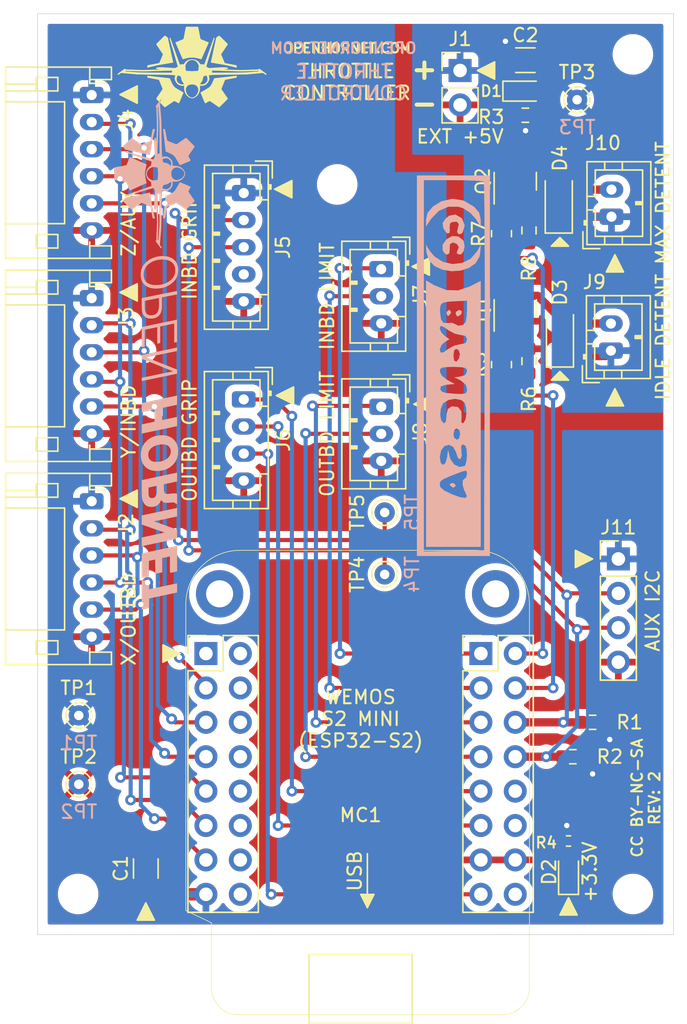
<source format=kicad_pcb>
(kicad_pcb (version 20221018) (generator pcbnew)
  (layers (0 "F.Cu" mixed) (31 "B.Cu" mixed) (34 "B.Paste" user) (35 "F.Paste" user) (36 "B.SilkS" user "B.Silkscreen") (37 "F.SilkS" user "F.Silkscreen") (38 "B.Mask" user) (39 "F.Mask" user) (44 "Edge.Cuts" user))
  (net 0 "")
  (net 1 "GND")
  (net 2 "+3.3V")
  (net 3 "Net-(D1-A)")
  (net 4 "Net-(D2-A)")
  (net 5 "Net-(D3-A)")
  (net 6 "Net-(D4-A)")
  (net 7 "MISO")
  (net 8 "+5VA")
  (net 9 "MOSI")
  (net 10 "SCK")
  (net 11 "CSx")
  (net 12 "CSy")
  (net 13 "CSz")
  (net 14 "SCL")
  (net 15 "SDA")
  (net 17 "EXT LTS")
  (net 18 "RAID{slash}FLIR")
  (net 19 "ATC ENGAGE")
  (net 20 "INBD MAX LIMIT")
  (net 21 "INBD IDLE LIMIT")
  (net 22 "OUTBD MAX LIMIT")
  (net 23 "OUTBD IDLE LIMIT")
  (net 24 "Net-(Q1-G)")
  (net 25 "Net-(Q2-G)")
  (net 26 "IDLE SOL SIG")
  (net 27 "MAX SOL SIG")
  (footprint "Connector_JST:JST_PH_B2B-PH-K_1x02_P2.00mm_Vertical" (layer "F.Cu") (at 171.352 107.206 90)
    (fp_text reference "J9" (at 5.064 -1.228 180) (layer "F.SilkS"))
    (fp_text value "IDLE DETENT" (at 1 3.852 90) (layer "F.SilkS"))
    (pad "1" thru_hole roundrect (at 0 0 90) (size 1.2 1.75) (drill 0.75) (layers "*.Cu" "*.Mask") (roundrect_rratio 0.208333) (net 8 "+5VA"))
    (pad "2" thru_hole oval (at 2 0 90) (size 1.2 1.75) (drill 0.75) (layers "*.Cu" "*.Mask") (net 5 "Net-(D3-A)"))
  )
  (footprint "Package_TO_SOT_SMD:SOT-23" (layer "F.Cu") (at 164.282 104.0955 90)
    (fp_text reference "Q1" (at 0 -2.4 90) (layer "F.SilkS"))
    (fp_text value "IRLML6402TRPBF")
    (pad "1" smd roundrect (at -0.9375 -0.95 90) (size 1.475 0.6) (layers "F.Cu" "F.Paste" "F.Mask") (net 24 "Net-(Q1-G)"))
    (pad "2" smd roundrect (at -0.9375 0.95 90) (size 1.475 0.6) (layers "F.Cu" "F.Paste" "F.Mask") (net 1 "GND"))
    (pad "3" smd roundrect (at 0.9375 0 90) (size 1.475 0.6) (layers "F.Cu" "F.Paste" "F.Mask") (net 5 "Net-(D3-A)"))
  )
  (footprint "Connector_JST:JST_PH_B2B-PH-K_1x02_P2.00mm_Vertical" (layer "F.Cu") (at 171.394 97.316 90)
    (fp_text reference "J10" (at 5.445 -0.635 180) (layer "F.SilkS"))
    (fp_text value "MAX DETENT" (at 1.016 3.81 90) (layer "F.SilkS"))
    (pad "1" thru_hole roundrect (at 0 0 90) (size 1.2 1.75) (drill 0.75) (layers "*.Cu" "*.Mask") (roundrect_rratio 0.208333) (net 8 "+5VA"))
    (pad "2" thru_hole oval (at 2 0 90) (size 1.2 1.75) (drill 0.75) (layers "*.Cu" "*.Mask") (net 6 "Net-(D4-A)"))
  )
  (footprint "Capacitor_SMD:C_1206_3216Metric" (layer "F.Cu") (at 136.977 145.449 90)
    (fp_text reference "C1" (at 0 -1.85 90) (layer "F.SilkS"))
    (fp_text value "10uF")
    (pad "1" smd roundrect locked (at -1.475 0 90) (size 1.15 1.8) (layers "F.Cu" "F.Paste" "F.Mask") (roundrect_rratio 0.217391) (net 2 "+3.3V"))
    (pad "2" smd roundrect locked (at 1.475 0 90) (size 1.15 1.8) (layers "F.Cu" "F.Paste" "F.Mask") (roundrect_rratio 0.217391) (net 1 "GND"))
  )
  (footprint "Capacitor_SMD:C_1206_3216Metric" (layer "F.Cu") (at 165.03 85.759)
    (fp_text reference "C2" (at 0 -1.85) (layer "F.SilkS"))
    (fp_text value "10uF")
    (pad "1" smd roundrect (at -1.475 0) (size 1.15 1.8) (layers "F.Cu" "F.Paste" "F.Mask") (roundrect_rratio 0.217391) (net 8 "+5VA"))
    (pad "2" smd roundrect (at 1.475 0) (size 1.15 1.8) (layers "F.Cu" "F.Paste" "F.Mask") (roundrect_rratio 0.217391) (net 1 "GND"))
  )
  (footprint "Connector_JST:JST_PH_B5B-PH-K_1x05_P2.00mm_Vertical" (layer "F.Cu") (at 144.216 95.57 -90)
    (fp_text reference "J5" (at 4 -2.9 90) (layer "F.SilkS"))
    (fp_text value "INBD GRIP" (at 4 4 90) (layer "F.SilkS"))
    (pad "1" thru_hole roundrect (at 0 0 270) (size 1.2 1.75) (drill 0.75) (layers "*.Cu" "*.Mask") (roundrect_rratio 0.208333) (net 2 "+3.3V"))
    (pad "2" thru_hole oval (at 2 0 270) (size 1.2 1.75) (drill 0.75) (layers "*.Cu" "*.Mask") (net 14 "SCL"))
    (pad "3" thru_hole oval (at 4 0 270) (size 1.2 1.75) (drill 0.75) (layers "*.Cu" "*.Mask") (net 15 "SDA"))
    (pad "4" thru_hole oval (at 6 0 270) (size 1.2 1.75) (drill 0.75) (layers "*.Cu" "*.Mask"))
    (pad "5" thru_hole oval (at 8 0 270) (size 1.2 1.75) (drill 0.75) (layers "*.Cu" "*.Mask") (net 1 "GND"))
  )
  (footprint "MountingHole:MountingHole_2.5mm" (layer "F.Cu") (at 172.976 85.33)
    (fp_text reference "MH2" hide)
    (fp_text value "MH")
    (pad "" np_thru_hole circle locked (at 0 0) (size 2.5 2.5) (drill 2.5) (layers "*.Cu" "*.Mask"))
  )
  (footprint "Connector_JST:JST_PH_S6B-PH-K_1x06_P2.00mm_Horizontal" (layer "F.Cu") (at 132.976 88.33 -90)
    (fp_text reference "J4" (at 1.874 -2.55 -90) (layer "F.SilkS"))
    (fp_text value "Z/AUX" (at 9.494 -2.731 -90) (layer "F.SilkS"))
    (pad "1" thru_hole roundrect locked (at 0 0 270) (size 1.2 1.75) (drill 0.75) (layers "*.Cu" "*.Mask") (roundrect_rratio 0.208333) (net 2 "+3.3V"))
    (pad "2" thru_hole oval locked (at 2 0 270) (size 1.2 1.75) (drill 0.75) (layers "*.Cu" "*.Mask") (net 7 "MISO"))
    (pad "3" thru_hole oval locked (at 4 0 270) (size 1.2 1.75) (drill 0.75) (layers "*.Cu" "*.Mask") (net 9 "MOSI"))
    (pad "4" thru_hole oval locked (at 6 0 270) (size 1.2 1.75) (drill 0.75) (layers "*.Cu" "*.Mask") (net 10 "SCK"))
    (pad "5" thru_hole oval locked (at 8 0 270) (size 1.2 1.75) (drill 0.75) (layers "*.Cu" "*.Mask") (net 13 "CSz"))
    (pad "6" thru_hole oval locked (at 10 0 270) (size 1.2 1.75) (drill 0.75) (layers "*.Cu" "*.Mask") (net 1 "GND"))
  )
  (footprint "Connector_JST:JST_PH_S6B-PH-K_1x06_P2.00mm_Horizontal" (layer "F.Cu") (at 132.976 103.33 -90)
    (fp_text reference "J3" (at 1.479 -2.55 -90) (layer "F.SilkS"))
    (fp_text value "Y/INBD" (at 9.099 -2.731 -90) (layer "F.SilkS"))
    (pad "1" thru_hole roundrect locked (at 0 0 270) (size 1.2 1.75) (drill 0.75) (layers "*.Cu" "*.Mask") (roundrect_rratio 0.208333) (net 2 "+3.3V"))
    (pad "2" thru_hole oval locked (at 2 0 270) (size 1.2 1.75) (drill 0.75) (layers "*.Cu" "*.Mask") (net 7 "MISO"))
    (pad "3" thru_hole oval locked (at 4 0 270) (size 1.2 1.75) (drill 0.75) (layers "*.Cu" "*.Mask") (net 9 "MOSI"))
    (pad "4" thru_hole oval locked (at 6 0 270) (size 1.2 1.75) (drill 0.75) (layers "*.Cu" "*.Mask") (net 10 "SCK"))
    (pad "5" thru_hole oval locked (at 8 0 270) (size 1.2 1.75) (drill 0.75) (layers "*.Cu" "*.Mask") (net 12 "CSy"))
    (pad "6" thru_hole oval locked (at 10 0 270) (size 1.2 1.75) (drill 0.75) (layers "*.Cu" "*.Mask") (net 1 "GND"))
  )
  (footprint "Connector_JST:JST_PH_S6B-PH-K_1x06_P2.00mm_Horizontal" (layer "F.Cu") (at 132.976 118.33 -90)
    (fp_text reference "J2" (at 1.719 -2.55 -90) (layer "F.SilkS"))
    (fp_text value "X/OUTBD" (at 8.704 -2.731 -90) (layer "F.SilkS"))
    (pad "1" thru_hole roundrect locked (at 0 0 270) (size 1.2 1.75) (drill 0.75) (layers "*.Cu" "*.Mask") (roundrect_rratio 0.208333) (net 2 "+3.3V"))
    (pad "2" thru_hole oval locked (at 2 0 270) (size 1.2 1.75) (drill 0.75) (layers "*.Cu" "*.Mask") (net 7 "MISO"))
    (pad "3" thru_hole oval locked (at 4 0 270) (size 1.2 1.75) (drill 0.75) (layers "*.Cu" "*.Mask") (net 9 "MOSI"))
    (pad "4" thru_hole oval locked (at 6 0 270) (size 1.2 1.75) (drill 0.75) (layers "*.Cu" "*.Mask") (net 10 "SCK"))
    (pad "5" thru_hole oval locked (at 8 0 270) (size 1.2 1.75) (drill 0.75) (layers "*.Cu" "*.Mask") (net 11 "CSx"))
    (pad "6" thru_hole oval locked (at 10 0 270) (size 1.2 1.75) (drill 0.75) (layers "*.Cu" "*.Mask") (net 1 "GND"))
  )
  (footprint "MountingHole:MountingHole_2.5mm" (layer "F.Cu") (at 151.124 94.934)
    (fp_text reference "MH4" hide)
    (fp_text value "MH")
    (pad "" np_thru_hole circle locked (at 0 0) (size 2.5 2.5) (drill 2.5) (layers "*.Cu" "*.Mask"))
  )
  (footprint "MountingHole:MountingHole_2.5mm" (layer "F.Cu") (at 131.976 147.33)
    (fp_text reference "MH3" hide)
    (fp_text value "MH")
    (pad "" np_thru_hole circle locked (at 0 0) (size 2.5 2.5) (drill 2.5) (layers "*.Cu" "*.Mask"))
  )
  (footprint "MountingHole:MountingHole_2.5mm" (layer "F.Cu") (at 172.976 147.33)
    (fp_text reference "MH1" hide)
    (fp_text value "MH")
    (pad "" np_thru_hole circle locked (at 0 0) (size 2.5 2.5) (drill 2.5) (layers "*.Cu" "*.Mask"))
  )
  (footprint "KiCAD Libraries:OH_LOGO_ONLY_11x6mm" (layer "F.Cu") (at 140.406 86.394)
    (fp_text reference "LOGO3" hide)
    (fp_text value "OpenHornetLogoSmall" hide)
  )
  (footprint "Package_TO_SOT_SMD:SOT-23" (layer "F.Cu") (at 164.282 94.6975 90)
    (fp_text reference "Q2" (at 0 -2.4 90) (layer "F.SilkS"))
    (fp_text value "IRLML6402TRPBF")
    (pad "1" smd roundrect (at -0.9375 -0.95 90) (size 1.475 0.6) (layers "F.Cu" "F.Paste" "F.Mask") (net 25 "Net-(Q2-G)"))
    (pad "2" smd roundrect (at -0.9375 0.95 90) (size 1.475 0.6) (layers "F.Cu" "F.Paste" "F.Mask") (net 1 "GND"))
    (pad "3" smd roundrect (at 0.9375 0 90) (size 1.475 0.6) (layers "F.Cu" "F.Paste" "F.Mask") (net 6 "Net-(D4-A)"))
  )
  (footprint "Resistor_SMD:R_0402_1005Metric" (layer "F.Cu") (at 168.219 143.417)
    (fp_text reference "R4" (at -1.651 0.127) (layer "F.SilkS") (effects (font (size 0.8 0.8))))
    (fp_text value "33")
    (pad "1" smd roundrect (at -0.51 0) (size 0.54 0.64) (layers "F.Cu" "F.Paste" "F.Mask") (net 2 "+3.3V"))
    (pad "2" smd roundrect (at 0.51 0) (size 0.54 0.64) (layers "F.Cu" "F.Paste" "F.Mask") (net 4 "Net-(D2-A)"))
  )
  (footprint "OH_Footprints:TestPoint_THTPad_D1.5mm_Drill0.7mm" (layer "F.Cu") (at 132.024 134.146)
    (fp_text reference "TP1" (at 0 -2.032) (layer "F.SilkS"))
    (fp_text value "3v3" hide)
    (fp_text user "${REFERENCE}" (at 0 2.032) (layer "B.SilkS") (effects (justify mirror)))
    (pad "1" thru_hole circle (at 0 0) (size 1.5 1.5) (drill 0.7) (layers "*.Cu" "*.Mask") (net 2 "+3.3V"))
  )
  (footprint "Diode_SMD:D_SOD-123F" (layer "F.Cu") (at 167.584 106.206 90)
    (fp_text reference "D3" (at 3.302 0 90) (layer "F.SilkS"))
    (fp_text value "1N4002W")
    (pad "1" smd roundrect (at -1.4 0 90) (size 1.1 1.1) (layers "F.Cu" "F.Paste" "F.Mask") (roundrect_rratio 0.2272727273) (net 8 "+5VA"))
    (pad "2" smd roundrect (at 1.4 0 90) (size 1.1 1.1) (layers "F.Cu" "F.Paste" "F.Mask") (roundrect_rratio 0.2272727273) (net 5 "Net-(D3-A)"))
  )
  (footprint "Resistor_SMD:R_0805_2012Metric_Pad1.20x1.40mm_HandSolder" (layer "F.Cu") (at 163.266 98.57 90)
    (fp_text reference "R7" (at -0.016 -1.65 90) (layer "F.SilkS"))
    (fp_text value "1K")
    (pad "1" smd roundrect (at -1 0 90) (size 1.2 1.4) (layers "F.Cu" "F.Paste" "F.Mask") (roundrect_rratio 0.208333) (net 27 "MAX SOL SIG"))
    (pad "2" smd roundrect (at 1 0 90) (size 1.2 1.4) (layers "F.Cu" "F.Paste" "F.Mask") (roundrect_rratio 0.208333) (net 25 "Net-(Q2-G)"))
  )
  (footprint "Resistor_SMD:R_0603_1608Metric" (layer "F.Cu") (at 169.997 134.654 180)
    (fp_text reference "R1" (at -2.73 0) (layer "F.SilkS"))
    (fp_text value "4.7k")
    (pad "1" smd roundrect (at -0.825 0 180) (size 0.8 0.95) (layers "F.Cu" "F.Paste" "F.Mask") (net 2 "+3.3V"))
    (pad "2" smd roundrect (at 0.825 0 180) (size 0.8 0.95) (layers "F.Cu" "F.Paste" "F.Mask") (net 14 "SCL"))
  )
  (footprint "Connector_JST:JST_PH_B3B-PH-K_1x03_P2.00mm_Vertical" (layer "F.Cu") (at 154.376 101.19 -90)
    (fp_text reference "J7" (at 2 -2.9 90) (layer "F.SilkS"))
    (fp_text value "INBD LIMIT" (at 2 4 90) (layer "F.SilkS"))
    (pad "1" thru_hole roundrect (at 0 0 270) (size 1.2 1.75) (drill 0.75) (layers "*.Cu" "*.Mask") (roundrect_rratio 0.208333) (net 20 "INBD MAX LIMIT"))
    (pad "2" thru_hole oval (at 2 0 270) (size 1.2 1.75) (drill 0.75) (layers "*.Cu" "*.Mask") (net 21 "INBD IDLE LIMIT"))
    (pad "3" thru_hole oval (at 4 0 270) (size 1.2 1.75) (drill 0.75) (layers "*.Cu" "*.Mask") (net 1 "GND"))
  )
  (footprint "OH_Footprints:TestPoint_THTPad_D1.5mm_Drill0.7mm" (layer "F.Cu") (at 168.854 88.68)
    (fp_text reference "TP3" (at 0 -2.032) (layer "F.SilkS"))
    (fp_text value "5VA" hide)
    (fp_text user "${REFERENCE}" (at 0 2.032) (layer "B.SilkS") (effects (justify mirror)))
    (pad "1" thru_hole circle (at 0 0) (size 1.5 1.5) (drill 0.7) (layers "*.Cu" "*.Mask") (net 8 "+5VA"))
  )
  (footprint "Resistor_SMD:R_0603_1608Metric_Pad0.98x0.95mm_HandSolder" (layer "F.Cu") (at 165.298 107.984 90)
    (fp_text reference "R6" (at -2.794 0 90) (layer "F.SilkS"))
    (fp_text value "10K")
    (pad "1" smd roundrect (at -0.9125 0 90) (size 0.975 0.95) (layers "F.Cu" "F.Paste" "F.Mask") (net 24 "Net-(Q1-G)"))
    (pad "2" smd roundrect (at 0.9125 0 90) (size 0.975 0.95) (layers "F.Cu" "F.Paste" "F.Mask") (net 1 "GND"))
  )
  (footprint "Connector_JST:JST_PH_B4B-PH-K_1x04_P2.00mm_Vertical" (layer "F.Cu") (at 144.216 110.81 -90)
    (fp_text reference "J6" (at 3 -2.9 90) (layer "F.SilkS"))
    (fp_text value "OUTBD GRIP" (at 3 4 90) (layer "F.SilkS"))
    (pad "1" thru_hole roundrect (at 0 0 270) (size 1.2 1.75) (drill 0.75) (layers "*.Cu" "*.Mask") (roundrect_rratio 0.208333) (net 17 "EXT LTS"))
    (pad "2" thru_hole oval (at 2 0 270) (size 1.2 1.75) (drill 0.75) (layers "*.Cu" "*.Mask") (net 18 "RAID{slash}FLIR"))
    (pad "3" thru_hole oval (at 4 0 270) (size 1.2 1.75) (drill 0.75) (layers "*.Cu" "*.Mask") (net 19 "ATC ENGAGE"))
    (pad "4" thru_hole oval (at 6 0 270) (size 1.2 1.75) (drill 0.75) (layers "*.Cu" "*.Mask") (net 1 "GND"))
  )
  (footprint "OH_Footprints:TestPoint_THTPad_D1.5mm_Drill0.7mm" (layer "F.Cu") (at 132.024 139.226)
    (fp_text reference "TP2" (at 0 -2.032) (layer "F.SilkS"))
    (fp_text value "GND" hide)
    (fp_text user "${REFERENCE}" (at 0 2.032) (layer "B.SilkS") (effects (justify mirror)))
    (pad "1" thru_hole circle (at 0 0) (size 1.5 1.5) (drill 0.7) (layers "*.Cu" "*.Mask") (net 1 "GND"))
  )
  (footprint "Diode_SMD:D_SOD-123F" (layer "F.Cu") (at 167.499 96.316 90)
    (fp_text reference "D4" (at 3.318 0.085 270) (layer "F.SilkS"))
    (fp_text value "1N4002W")
    (pad "1" smd roundrect (at -1.4 0 90) (size 1.1 1.1) (layers "F.Cu" "F.Paste" "F.Mask") (roundrect_rratio 0.2272727273) (net 8 "+5VA"))
    (pad "2" smd roundrect (at 1.4 0 90) (size 1.1 1.1) (layers "F.Cu" "F.Paste" "F.Mask") (roundrect_rratio 0.2272727273) (net 6 "Net-(D4-A)"))
  )
  (footprint "OH_Footprints:TestPoint_THTPad_D1.5mm_Drill0.7mm" (layer "F.Cu") (at 154.63 119.16 90)
    (fp_text reference "TP5" (at 0 -2.032 90) (layer "F.SilkS"))
    (fp_text value "SCL" hide)
    (fp_text user "${REFERENCE}" (at 0 2.032 90) (layer "B.SilkS") (effects (justify mirror)))
    (pad "1" thru_hole circle (at 0 0 90) (size 1.5 1.5) (drill 0.7) (layers "*.Cu" "*.Mask") (net 14 "SCL"))
  )
  (footprint "Resistor_SMD:R_0603_1608Metric_Pad0.98x0.95mm_HandSolder" (layer "F.Cu") (at 165.298 98.332 90)
    (fp_text reference "R8" (at -2.794 0 90) (layer "F.SilkS"))
    (fp_text value "10K")
    (pad "1" smd roundrect (at -0.9125 0 90) (size 0.975 0.95) (layers "F.Cu" "F.Paste" "F.Mask") (net 25 "Net-(Q2-G)"))
    (pad "2" smd roundrect (at 0.9125 0 90) (size 0.975 0.95) (layers "F.Cu" "F.Paste" "F.Mask") (net 1 "GND"))
  )
  (footprint "LED_SMD:LED_0603_1608Metric_Pad1.05x0.95mm_HandSolder" (layer "F.Cu") (at 165.03 88.045)
    (fp_text reference "D1" (at -2.526 0) (layer "F.SilkS") (effects (font (size 0.8 0.8))))
    (fp_text value "+5V_PWR")
    (pad "1" smd roundrect (at -0.875 0) (size 1.05 0.95) (layers "F.Cu" "F.Paste" "F.Mask") (net 1 "GND"))
    (pad "2" smd roundrect (at 0.875 0) (size 1.05 0.95) (layers "F.Cu" "F.Paste" "F.Mask") (net 3 "Net-(D1-A)"))
  )
  (footprint "Connector_JST:JST_PH_B3B-PH-K_1x03_P2.00mm_Vertical" (layer "F.Cu") (at 154.376 111.35 -90)
    (fp_text reference "J8" (at 2 -2.9 90) (layer "F.SilkS"))
    (fp_text value "OUTBD LIMIT" (at 2 4 90) (layer "F.SilkS"))
    (pad "1" thru_hole roundrect (at 0 0 270) (size 1.2 1.75) (drill 0.75) (layers "*.Cu" "*.Mask") (roundrect_rratio 0.208333) (net 22 "OUTBD MAX LIMIT"))
    (pad "2" thru_hole oval (at 2 0 270) (size 1.2 1.75) (drill 0.75) (layers "*.Cu" "*.Mask") (net 23 "OUTBD IDLE LIMIT"))
    (pad "3" thru_hole oval (at 4 0 270) (size 1.2 1.75) (drill 0.75) (layers "*.Cu" "*.Mask") (net 1 "GND"))
  )
  (footprint "Connector_PinHeader_2.54mm:PinHeader_1x02_P2.54mm_Vertical" (layer "F.Cu") (at 160.204 86.521)
    (fp_text reference "J1" (at 0 -2.33) (layer "F.SilkS"))
    (fp_text value "EXT +5V" (at 0 4.87) (layer "F.SilkS"))
    (pad "1" thru_hole rect (at 0 0) (size 1.7 1.7) (drill 1) (layers "*.Cu" "*.Mask") (net 8 "+5VA"))
    (pad "2" thru_hole oval (at 0 2.54) (size 1.7 1.7) (drill 1) (layers "*.Cu" "*.Mask") (net 1 "GND"))
  )
  (footprint "Resistor_SMD:R_0603_1608Metric" (layer "F.Cu") (at 168.537 137.194)
    (fp_text reference "R2" (at 2.73 0) (layer "F.SilkS"))
    (fp_text value "4.7k")
    (pad "1" smd roundrect (at -0.825 0) (size 0.8 0.95) (layers "F.Cu" "F.Paste" "F.Mask") (net 15 "SDA"))
    (pad "2" smd roundrect (at 0.825 0) (size 0.8 0.95) (layers "F.Cu" "F.Paste" "F.Mask") (net 2 "+3.3V"))
  )
  (footprint "OH_Footprints:S2_MINI" (layer "F.Cu") (at 152.852 141.004)
    (fp_text reference "MC1" (at 0 0.5) (layer "F.SilkS"))
    (fp_text value "S2_MINI")
    (pad "1" thru_hole rect locked (at -11.43 -11.43) (size 1.7 1.7) (drill 1) (layers "*.Cu" "*.Mask"))
    (pad "2" thru_hole oval locked (at -11.43 -8.89) (size 1.7 1.7) (drill 1) (layers "*.Cu" "*.Mask") (net 13 "CSz"))
    (pad "3" thru_hole oval locked (at -11.43 -6.35) (size 1.7 1.7) (drill 1) (layers "*.Cu" "*.Mask") (net 12 "CSy"))
    (pad "4" thru_hole oval locked (at -11.43 -3.81) (size 1.7 1.7) (drill 1) (layers "*.Cu" "*.Mask") (net 10 "SCK"))
    (pad "5" thru_hole oval locked (at -11.43 -1.27) (size 1.7 1.7) (drill 1) (layers "*.Cu" "*.Mask") (net 7 "MISO"))
    (pad "6" thru_hole oval locked (at -11.43 1.27) (size 1.7 1.7) (drill 1) (layers "*.Cu" "*.Mask") (net 9 "MOSI"))
    (pad "7" thru_hole oval locked (at -11.43 3.81) (size 1.7 1.7) (drill 1) (layers "*.Cu" "*.Mask") (net 11 "CSx"))
    (pad "8" thru_hole oval locked (at -11.43 6.35) (size 1.7 1.7) (drill 1) (layers "*.Cu" "*.Mask") (net 2 "+3.3V"))
    (pad "9" thru_hole oval locked (at -8.89 -11.43) (size 1.7 1.7) (drill 1) (layers "*.Cu" "*.Mask"))
    (pad "10" thru_hole oval locked (at -8.89 -8.89) (size 1.7 1.7) (drill 1) (layers "*.Cu" "*.Mask"))
    (pad "11" thru_hole oval locked (at -8.89 -6.35) (size 1.7 1.7) (drill 1) (layers "*.Cu" "*.Mask"))
    (pad "12" thru_hole oval locked (at -8.89 -3.81) (size 1.7 1.7) (drill 1) (layers "*.Cu" "*.Mask"))
    (pad "13" thru_hole oval locked (at -8.89 -1.27) (size 1.7 1.7) (drill 1) (layers "*.Cu" "*.Mask"))
    (pad "14" thru_hole oval locked (at -8.89 1.27) (size 1.7 1.7) (drill 1) (layers "*.Cu" "*.Mask"))
    (pad "15" thru_hole oval locked (at -8.89 3.81) (size 1.7 1.7) (drill 1) (layers "*.Cu" "*.Mask"))
    (pad "16" thru_hole oval locked (at -8.89 6.35) (size 1.7 1.7) (drill 1) (layers "*.Cu" "*.Mask"))
    (pad "17" thru_hole rect locked (at 8.89 -11.43) (size 1.7 1.7) (drill 1) (layers "*.Cu" "*.Mask") (net 20 "INBD MAX LIMIT"))
    (pad "18" thru_hole oval locked (at 8.89 -8.89) (size 1.7 1.7) (drill 1) (layers "*.Cu" "*.Mask") (net 21 "INBD IDLE LIMIT"))
    (pad "19" thru_hole oval locked (at 8.89 -6.35) (size 1.7 1.7) (drill 1) (layers "*.Cu" "*.Mask") (net 22 "OUTBD MAX LIMIT"))
    (pad "20" thru_hole oval locked (at 8.89 -3.81) (size 1.7 1.7) (drill 1) (layers "*.Cu" "*.Mask") (net 23 "OUTBD IDLE LIMIT"))
    (pad "21" thru_hole oval locked (at 8.89 -1.27) (size 1.7 1.7) (drill 1) (layers "*.Cu" "*.Mask") (net 17 "EXT LTS"))
    (pad "22" thru_hole oval locked (at 8.89 1.27) (size 1.7 1.7) (drill 1) (layers "*.Cu" "*.Mask") (net 18 "RAID{slash}FLIR"))
    (pad "23" thru_hole oval locked (at 8.89 3.81) (size 1.7 1.7) (drill 1) (layers "*.Cu" "*.Mask") (net 1 "GND"))
    (pad "24" thru_hole oval locked (at 8.89 6.35) (size 1.7 1.7) (drill 1) (layers "*.Cu" "*.Mask") (net 19 "ATC ENGAGE"))
    (pad "25" thru_hole oval locked (at 11.43 -11.43) (size 1.7 1.7) (drill 1) (layers "*.Cu" "*.Mask") (net 27 "MAX SOL SIG"))
    (pad "26" thru_hole oval locked (at 11.43 -8.89) (size 1.7 1.7) (drill 1) (layers "*.Cu" "*.Mask") (net 26 "IDLE SOL SIG"))
    (pad "27" thru_hole oval locked (at 11.43 -6.35) (size 1.7 1.7) (drill 1) (layers "*.Cu" "*.Mask") (net 14 "SCL"))
    (pad "28" thru_hole oval locked (at 11.43 -3.81) (size 1.7 1.7) (drill 1) (layers "*.Cu" "*.Mask") (net 15 "SDA"))
    (pad "29" thru_hole oval locked (at 11.43 -1.27) (size 1.7 1.7) (drill 1) (layers "*.Cu" "*.Mask"))
    (pad "30" thru_hole oval locked (at 11.43 1.27) (size 1.7 1.7) (drill 1) (layers "*.Cu" "*.Mask"))
    (pad "31" thru_hole oval locked (at 11.43 3.81) (size 1.7 1.7) (drill 1) (layers "*.Cu" "*.Mask") (net 1 "GND"))
    (pad "32" thru_hole oval locked (at 11.43 6.35) (size 1.7 1.7) (drill 1) (layers "*.Cu" "*.Mask"))
    (pad "~" thru_hole circle locked (at -10.42 -15.84) (size 3.5 3.5) (drill 2) (layers "*.Cu" "*.Mask"))
    (pad "~" thru_hole circle locked (at 9.980001 -15.84) (size 3.5 3.5) (drill 2) (layers "*.Cu" "*.Mask"))
  )
  (footprint "Resistor_SMD:R_0805_2012Metric_Pad1.20x1.40mm_HandSolder" (layer "F.Cu") (at 163.266 108.238 90)
    (fp_text reference "R5" (at 0 -1.65 90) (layer "F.SilkS"))
    (fp_text value "1K")
    (pad "1" smd roundrect (at -1 0 90) (size 1.2 1.4) (layers "F.Cu" "F.Paste" "F.Mask") (roundrect_rratio 0.208333) (net 26 "IDLE SOL SIG"))
    (pad "2" smd roundrect (at 1 0 90) (size 1.2 1.4) (layers "F.Cu" "F.Paste" "F.Mask") (roundrect_rratio 0.208333) (net 24 "Net-(Q1-G)"))
  )
  (footprint "LED_SMD:LED_0603_1608Metric_Pad1.05x0.95mm_HandSolder" (layer "F.Cu") (at 168.219 145.703 90)
    (fp_text reference "D2" (at 0 -1.43 90) (layer "F.SilkS"))
    (fp_text value "+3.3V_PWR")
    (pad "1" smd roundrect locked (at -0.875 0 90) (size 1.05 0.95) (layers "F.Cu" "F.Paste" "F.Mask") (net 1 "GND"))
    (pad "2" smd roundrect locked (at 0.875 0 90) (size 1.05 0.95) (layers "F.Cu" "F.Paste" "F.Mask") (net 4 "Net-(D2-A)"))
  )
  (footprint "Resistor_SMD:R_0603_1608Metric" (layer "F.Cu") (at 165.03 89.823)
    (fp_text reference "R3" (at -2.526 0.127) (layer "F.SilkS"))
    (fp_text value "120")
    (pad "1" smd roundrect (at -0.825 0) (size 0.8 0.95) (layers "F.Cu" "F.Paste" "F.Mask") (net 8 "+5VA"))
    (pad "2" smd roundrect (at 0.825 0) (size 0.8 0.95) (layers "F.Cu" "F.Paste" "F.Mask") (net 3 "Net-(D1-A)"))
  )
  (footprint "Connector_PinHeader_2.54mm:PinHeader_1x04_P2.54mm_Vertical" (layer "F.Cu") (at 171.902 122.589)
    (fp_text reference "J11" (at 0 -2.33) (layer "F.SilkS"))
    (fp_text value "AUX I2C" (at 2.54 3.81 90) (layer "F.SilkS"))
    (pad "1" thru_hole rect (at 0 0) (size 1.7 1.7) (drill 1) (layers "*.Cu" "*.Mask") (net 2 "+3.3V"))
    (pad "2" thru_hole oval (at 0 2.54) (size 1.7 1.7) (drill 1) (layers "*.Cu" "*.Mask") (net 14 "SCL"))
    (pad "3" thru_hole oval (at 0 5.08) (size 1.7 1.7) (drill 1) (layers "*.Cu" "*.Mask") (net 15 "SDA"))
    (pad "4" thru_hole oval (at 0 7.62) (size 1.7 1.7) (drill 1) (layers "*.Cu" "*.Mask") (net 1 "GND"))
  )
  (footprint "OH_Footprints:TestPoint_THTPad_D1.5mm_Drill0.7mm" (layer "F.Cu") (at 154.63 123.732 90)
    (fp_text reference "TP4" (at 0 -2.032 90) (layer "F.SilkS"))
    (fp_text value "SDA" hide)
    (fp_text user "${REFERENCE}" (at 0 2.032 90) (layer "B.SilkS") (effects (justify mirror)))
    (pad "1" thru_hole circle (at 0 0 90) (size 1.5 1.5) (drill 0.7) (layers "*.Cu" "*.Mask") (net 15 "SDA"))
  )
  (footprint "KiCAD Libraries:OH_LOGO_37.7mm_5.9mm" (layer "B.Cu") (at 137.612 107.476 -90)
    (fp_text reference "LOGO1" hide)
    (fp_text value "OpenHornetLogoSmall" hide)
  )
  (footprint "KiCAD Libraries:CC-BY-NC-SA-Small" (layer "B.Cu") (at 159.71 108.238 -90)
    (fp_text reference "LOGO2" hide)
    (fp_text value "OpenHornetLogoSmall" hide)
  )
  (gr_line (start 153.352 147.354) (end 153.352 144.354) (stroke (width 0.12)) (layer "F.SilkS"))
  (gr_poly (pts (xy 153.852 147.354) (xy 153.352 148.354) (xy 152.852 147.354)) (stroke (width 0.1)) (fill solid) (layer "F.SilkS"))
  (gr_poly (pts (xy 156.662 100.999) (xy 157.932 100.364) (xy 157.932 101.634)) (stroke (width 0.12)) (fill solid) (layer "F.SilkS"))
  (gr_poly (pts (xy 161.488 86.521) (xy 162.758 87.156) (xy 162.758 85.886)) (stroke (width 0.12)) (fill solid) (layer "F.SilkS"))
  (gr_poly (pts (xy 169.997 122.589) (xy 168.727 121.954) (xy 168.727 123.224)) (stroke (width 0.12)) (fill solid) (layer "F.SilkS"))
  (gr_poly (pts (xy 171.648 100.126) (xy 171.013 101.396) (xy 172.283 101.396)) (stroke (width 0.12)) (fill solid) (layer "F.SilkS"))
  (gr_poly (pts (xy 135.072 118.144) (xy 136.342 117.509) (xy 136.342 118.779)) (stroke (width 0.12)) (fill solid) (layer "F.SilkS"))
  (gr_poly (pts (xy 136.977 147.989) (xy 136.342 149.259) (xy 137.612 149.259)) (stroke (width 0.12)) (fill solid) (layer "F.SilkS"))
  (gr_poly (pts (xy 146.502 95.284) (xy 147.772 94.649) (xy 147.772 95.919)) (stroke (width 0.12)) (fill solid) (layer "F.SilkS"))
  (gr_poly (pts (xy 135.072 88.299) (xy 136.342 87.664) (xy 136.342 88.934)) (stroke (width 0.12)) (fill solid) (layer "F.SilkS"))
  (gr_poly (pts (xy 156.789 111.159) (xy 158.059 110.524) (xy 158.059 111.794)) (stroke (width 0.12)) (fill solid) (layer "F.SilkS"))
  (gr_poly (pts (xy 167.584 98.856) (xy 166.949 99.491) (xy 168.219 99.491)) (stroke (width 0.12)) (fill solid) (layer "F.SilkS"))
  (gr_poly (pts (xy 139.517 129.574) (xy 138.247 128.939) (xy 138.247 130.209)) (stroke (width 0.12)) (fill solid) (layer "F.SilkS"))
  (gr_poly (pts (xy 171.648 110.016) (xy 171.013 111.286) (xy 172.283 111.286)) (stroke (width 0.12)) (fill solid) (layer "F.SilkS"))
  (gr_poly (pts (xy 146.629 110.524) (xy 147.899 109.889) (xy 147.899 111.159)) (stroke (width 0.12)) (fill solid) (layer "F.SilkS"))
  (gr_poly (pts (xy 167.584 108.746) (xy 166.949 109.381) (xy 168.219 109.381)) (stroke (width 0.12)) (fill solid) (layer "F.SilkS"))
  (gr_poly (pts (xy 135.072 102.904) (xy 136.342 102.269) (xy 136.342 103.539)) (stroke (width 0.12)) (fill solid) (layer "F.SilkS"))
  (gr_poly (pts (xy 168.219 147.608) (xy 167.584 148.878) (xy 168.854 148.878)) (stroke (width 0.12)) (fill solid) (layer "F.SilkS"))
  (gr_line (start 128.976 82.33) (end 175.976 82.33) (stroke (width 0.05)) (layer "Edge.Cuts"))
  (gr_line (start 175.976 150.33) (end 128.976 150.33) (stroke (width 0.05)) (layer "Edge.Cuts"))
  (gr_line (start 175.976 82.33) (end 175.976 150.33) (stroke (width 0.05)) (layer "Edge.Cuts"))
  (gr_line (start 128.976 150.33) (end 128.976 82.33) (stroke (width 0.05)) (layer "Edge.Cuts"))
  (gr_text "OPENHORNET.COM" (at 151.582 84.87) (layer "B.SilkS") (effects (font (size 0.8 0.8)) (justify mirror)))
  (gr_text "THROTTLE\nCONTROLLER" (at 151.582 87.41) (layer "B.SilkS") (effects (font (size 1 1)) (justify mirror)))
  (gr_text "WEMOS\nS2 MINI\n(ESP32-S2)" (at 152.852 134.4) (layer "F.SilkS") (effects (font (size 1 1))))
  (gr_text "OPENHORNET.COM" (at 151.836 84.87) (layer "F.SilkS") (effects (font (size 0.7 0.7))))
  (gr_text "THROTTLE\nCONTROLLER" (at 151.836 87.37) (layer "F.SilkS") (effects (font (size 1 1))))
  (gr_text "CC BY-NC-SA\nREV: 2" (at 173.934 140.242 90) (layer "F.SilkS") (effects (font (size 0.8 0.8))))
  (gr_text "USB" (at 152.42 145.632 90) (layer "F.SilkS") (effects (font (size 1 1))))
  (gr_text "-" (at 158.694 88.934) (layer "F.SilkS") (effects (font (size 1.5 1.5) (thickness 0.3) bold) (justify right)))
  (gr_text "+3.3V" (at 170.378 145.703 90) (layer "F.SilkS") (effects (font (size 1 1)) (justify bottom)))
  (gr_text "+" (at 158.694 86.394) (layer "F.SilkS") (effects (font (size 1.5 1.5) (thickness 0.3) bold) (justify right)))
  (segment (start 165.298 97.4195) (end 166.822 98.9435) (width 0.6096) (layer "F.Cu") (net 1))
  (segment (start 165.232 107.0055) (end 165.298 107.0715) (width 0.6096) (layer "F.Cu") (net 1))
  (segment (start 165.232 105.033) (end 165.232 107.0055) (width 0.6096) (layer "F.Cu") (net 1))
  (segment (start 165.298 97.4195) (end 165.298 95.701) (width 0.6096) (layer "F.Cu") (net 1))
  (segment (start 166.822 98.9435) (end 166.822 99.348) (width 0.6096) (layer "F.Cu") (net 1))
  (segment (start 165.298 95.701) (end 165.232 95.635) (width 0.6096) (layer "F.Cu") (net 1))
  (segment (start 169.362 137.829) (end 169.997 138.464) (width 0.6096) (layer "F.Cu") (net 2))
  (segment (start 170.822 134.654) (end 170.822 135.479) (width 0.6096) (layer "F.Cu") (net 2))
  (segment (start 136.977 146.924) (end 138.452 146.924) (width 0.9144) (layer "F.Cu") (net 2))
  (segment (start 138.452 146.924) (end 138.882 147.354) (width 0.9144) (layer "F.Cu") (net 2))
  (segment (start 170.822 135.479) (end 171.267 135.924) (width 0.6096) (layer "F.Cu") (net 2))
  (segment (start 138.882 147.354) (end 141.422 147.354) (width 0.9144) (layer "F.Cu") (net 2))
  (segment (start 167.709 142.657) (end 168.092 142.274) (width 0.6096) (layer "F.Cu") (net 2))
  (segment (start 167.709 143.417) (end 167.709 142.657) (width 0.6096) (layer "F.Cu") (net 2))
  (segment (start 169.362 137.194) (end 169.362 137.829) (width 0.6096) (layer "F.Cu") (net 2))
  (via (at 168.092 142.274) (size 0.8) (drill 0.4) (layers "F.Cu" "B.Cu") (net 2))
  (via (at 171.267 135.924) (size 0.8) (drill 0.4) (layers "F.Cu" "B.Cu") (net 2))
  (via (at 169.997 138.464) (size 0.8) (drill 0.4) (layers "F.Cu" "B.Cu") (net 2))
  (segment (start 165.905 89.773) (end 165.855 89.823) (width 0.3048) (layer "F.Cu") (net 3))
  (segment (start 165.905 88.045) (end 165.905 89.773) (width 0.3048) (layer "F.Cu") (net 3))
  (segment (start 168.219 143.927) (end 168.729 143.417) (width 0.3048) (layer "F.Cu") (net 4))
  (segment (start 168.219 144.828) (end 168.219 143.927) (width 0.3048) (layer "F.Cu") (net 4))
  (segment (start 167.584 104.806) (end 165.936 103.158) (width 0.6096) (layer "F.Cu") (net 5))
  (segment (start 165.936 103.158) (end 164.282 103.158) (width 0.6096) (layer "F.Cu") (net 5))
  (segment (start 171.352 105.206) (end 167.984 105.206) (width 0.6096) (layer "F.Cu") (net 5))
  (segment (start 167.984 105.206) (end 167.584 104.806) (width 0.6096) (layer "F.Cu") (net 5))
  (segment (start 167.899 95.316) (end 167.499 94.916) (width 0.6096) (layer "F.Cu") (net 6))
  (segment (start 167.499 94.916) (end 166.444 94.916) (width 0.6096) (layer "F.Cu") (net 6))
  (segment (start 171.394 95.316) (end 167.899 95.316) (width 0.6096) (layer "F.Cu") (net 6))
  (segment (start 165.288 93.76) (end 166.444 94.916) (width 0.6096) (layer "F.Cu") (net 6))
  (segment (start 164.282 93.76) (end 165.288 93.76) (width 0.6096) (layer "F.Cu") (net 6))
  (segment (start 133.116 105.19) (end 132.976 105.33) (width 0.3048) (layer "F.Cu") (net 7))
  (segment (start 140.406 138.718) (end 135.105999 138.718) (width 0.3048) (layer "F.Cu") (net 7))
  (segment (start 135.834 105.19) (end 133.116 105.19) (width 0.3048) (layer "F.Cu") (net 7))
  (segment (start 135.834 90.458) (end 133.104 90.458) (width 0.3048) (layer "F.Cu") (net 7))
  (segment (start 133.104 90.458) (end 132.976 90.33) (width 0.3048) (layer "F.Cu") (net 7))
  (segment (start 141.422 139.734) (end 140.406 138.718) (width 0.3048) (layer "F.Cu") (net 7))
  (segment (start 133.076 120.43) (end 132.976 120.33) (width 0.3048) (layer "F.Cu") (net 7))
  (segment (start 135.834 120.43) (end 133.076 120.43) (width 0.3048) (layer "F.Cu") (net 7))
  (via (at 135.834 120.43) (size 0.8) (drill 0.4) (layers "F.Cu" "B.Cu") (net 7))
  (via (at 135.834 90.458) (size 0.8) (drill 0.4) (layers "F.Cu" "B.Cu") (net 7))
  (via (at 135.105999 138.718) (size 0.8) (drill 0.4) (layers "F.Cu" "B.Cu") (net 7))
  (via (at 135.834 105.19) (size 0.8) (drill 0.4) (layers "F.Cu" "B.Cu") (net 7))
  (segment (start 135.834 105.19) (end 135.834 90.458) (width 0.3048) (layer "B.Cu") (net 7))
  (segment (start 135.834 120.43) (end 135.6002 120.6638) (width 0.3048) (layer "B.Cu") (net 7))
  (segment (start 135.6002 123.4982) (end 135.834 123.732) (width 0.3048) (layer "B.Cu") (net 7))
  (segment (start 135.353598 138.470401) (end 135.105999 138.718) (width 0.3048) (layer "B.Cu") (net 7))
  (segment (start 135.6002 120.6638) (end 135.6002 123.4982) (width 0.3048) (layer "B.Cu") (net 7))
  (segment (start 135.834 123.732) (end 135.834 124.71988) (width 0.3048) (layer "B.Cu") (net 7))
  (segment (start 135.834 124.71988) (end 135.353598 125.200282) (width 0.3048) (layer "B.Cu") (net 7))
  (segment (start 135.353598 125.200282) (end 135.353598 138.470401) (width 0.3048) (layer "B.Cu") (net 7))
  (segment (start 135.834 120.43) (end 135.834 105.19) (width 0.3048) (layer "B.Cu") (net 7))
  (segment (start 164.205 89.823) (end 164.205 90.127) (width 0.3048) (layer "F.Cu") (net 8))
  (segment (start 171.394 97.316) (end 167.899 97.316) (width 0.6096) (layer "F.Cu") (net 8))
  (segment (start 163.555 85.759) (end 163.555 84.362) (width 0.9144) (layer "F.Cu") (net 8))
  (segment (start 167.584 107.606) (end 170.952 107.606) (width 0.6096) (layer "F.Cu") (net 8))
  (segment (start 170.952 107.606) (end 171.352 107.206) (width 0.6096) (layer "F.Cu") (net 8))
  (segment (start 167.899 97.316) (end 167.499 97.716) (width 0.6096) (layer "F.Cu") (net 8))
  (segment (start 164.205 90.127) (end 165.044 90.966) (width 0.3048) (layer "F.Cu") (net 8))
  (via (at 163.555 84.362) (size 0.8) (drill 0.4) (layers "F.Cu" "B.Cu") (net 8))
  (via (at 165.044 90.966) (size 0.8) (drill 0.4) (layers "F.Cu" "B.Cu") (net 8))
  (segment (start 136.85 107.222) (end 136.742 107.33) (width 0.3048) (layer "F.Cu") (net 9))
  (segment (start 132.976 122.33) (end 136.2201 122.33) (width 0.3048) (layer "F.Cu") (net 9))
  (segment (start 136.85 92.236) (end 136.756 92.33) (width 0.3048) (layer "F.Cu") (net 9))
  (segment (start 136.742 107.33) (end 132.976 107.33) (width 0.3048) (layer "F.Cu") (net 9))
  (segment (start 141.422 142.274) (end 139.534558 140.386558) (width 0.3048) (layer "F.Cu") (net 9))
  (segment (start 139.534558 140.386558) (end 135.857899 140.386558) (width 0.3048) (layer "F.Cu") (net 9))
  (segment (start 136.2201 122.33) (end 136.3521 122.462) (width 0.3048) (layer "F.Cu") (net 9))
  (segment (start 136.756 92.33) (end 132.976 92.33) (width 0.3048) (layer "F.Cu") (net 9))
  (via (at 136.85 92.236) (size 0.8) (drill 0.4) (layers "F.Cu" "B.Cu") (net 9))
  (via (at 136.85 107.222) (size 0.8) (drill 0.4) (layers "F.Cu" "B.Cu") (net 9))
  (via (at 135.857899 140.386558) (size 0.8) (drill 0.4) (layers "F.Cu" "B.Cu") (net 9))
  (via (at 136.3521 122.462) (size 0.8) (drill 0.4) (layers "F.Cu" "B.Cu") (net 9))
  (segment (start 136.599699 122.214401) (end 136.3521 122.462) (width 0.3048) (layer "B.Cu") (net 9))
  (segment (start 136.85 107.222) (end 136.85 92.236) (width 0.3048) (layer "B.Cu") (net 9))
  (segment (start 136.3622 125.130751) (end 135.857899 125.635052) (width 0.3048) (layer "B.Cu") (net 9))
  (segment (start 136.85 111.378811) (end 136.599699 111.629112) (width 0.3048) (layer "B.Cu") (net 9))
  (segment (start 136.3622 122.4721) (end 136.3622 125.130751) (width 0.3048) (layer "B.Cu") (net 9))
  (segment (start 136.3521 122.462) (end 136.3622 122.4721) (width 0.3048) (layer "B.Cu") (net 9))
  (segment (start 136.599699 111.629112) (end 136.599699 122.214401) (width 0.3048) (layer "B.Cu") (net 9))
  (segment (start 135.857899 125.635052) (end 135.857899 140.386558) (width 0.3048) (layer "B.Cu") (net 9))
  (segment (start 136.85 107.222) (end 136.85 111.378811) (width 0.3048) (layer "B.Cu") (net 9))
  (segment (start 135.072 124.33) (end 132.976 124.33) (width 0.3048) (layer "F.Cu") (net 10))
  (segment (start 133.154 109.508) (end 132.976 109.33) (width 0.3048) (layer "F.Cu") (net 10))
  (segment (start 135.072 109.508) (end 133.154 109.508) (width 0.3048) (layer "F.Cu") (net 10))
  (segment (start 134.88 94.33) (end 135.072 94.522) (width 0.3048) (layer "F.Cu") (net 10))
  (segment (start 135.072 124.33) (end 137.1141 124.33) (width 0.3048) (layer "F.Cu") (net 10))
  (segment (start 138.6179 137.194) (end 138.3639 136.94) (width 0.3048) (layer "F.Cu") (net 10))
  (segment (start 141.422 137.194) (end 138.6179 137.194) (width 0.3048) (layer "F.Cu") (net 10))
  (segment (start 132.976 94.33) (end 134.88 94.33) (width 0.3048) (layer "F.Cu") (net 10))
  (via (at 135.072 94.522) (size 0.8) (drill 0.4) (layers "F.Cu" "B.Cu") (net 10))
  (via (at 138.3639 136.94) (size 0.8) (drill 0.4) (layers "F.Cu" "B.Cu") (net 10))
  (via (at 135.072 109.508) (size 0.8) (drill 0.4) (layers "F.Cu" "B.Cu") (net 10))
  (via (at 135.072 124.33) (size 0.8) (drill 0.4) (layers "F.Cu" "B.Cu") (net 10))
  (via (at 137.1141 124.33) (size 0.8) (drill 0.4) (layers "F.Cu" "B.Cu") (net 10))
  (segment (start 137.361699 135.937799) (end 137.361699 124.577599) (width 0.3048) (layer "B.Cu") (net 10))
  (segment (start 138.3639 136.94) (end 137.361699 135.937799) (width 0.3048) (layer "B.Cu") (net 10))
  (segment (start 137.361699 124.577599) (end 137.1141 124.33) (width 0.3048) (layer "B.Cu") (net 10))
  (segment (start 135.072 94.522) (end 135.072 109.508) (width 0.3048) (layer "B.Cu") (net 10))
  (segment (start 135.072 109.508) (end 135.072 124.33) (width 0.3048) (layer "B.Cu") (net 10))
  (segment (start 136.226299 126.33) (end 136.609799 125.9465) (width 0.3048) (layer "F.Cu") (net 11))
  (segment (start 138.374 141.766) (end 137.612 141.766) (width 0.3048) (layer "F.Cu") (net 11))
  (segment (start 132.976 126.33) (end 136.226299 126.33) (width 0.3048) (layer "F.Cu") (net 11))
  (segment (start 141.422 144.814) (end 138.374 141.766) (width 0.3048) (layer "F.Cu") (net 11))
  (via (at 136.609799 125.9465) (size 0.8) (drill 0.4) (layers "F.Cu" "B.Cu") (net 11))
  (via (at 137.612 141.766) (size 0.8) (drill 0.4) (layers "F.Cu" "B.Cu") (net 11))
  (segment (start 136.609799 140.763799) (end 136.609799 125.9465) (width 0.3048) (layer "B.Cu") (net 11))
  (segment (start 137.612 141.766) (end 136.609799 140.763799) (width 0.3048) (layer "B.Cu") (net 11))
  (segment (start 132.976 111.33) (end 137.612 111.33) (width 0.3048) (layer "F.Cu") (net 12))
  (segment (start 139.136 134.654) (end 138.882 134.4) (width 0.3048) (layer "F.Cu") (net 12))
  (segment (start 141.422 134.654) (end 139.136 134.654) (width 0.3048) (layer "F.Cu") (net 12))
  (via (at 138.882 134.4) (size 0.8) (drill 0.4) (layers "F.Cu" "B.Cu") (net 12))
  (via (at 137.612 111.33) (size 0.8) (drill 0.4) (layers "F.Cu" "B.Cu") (net 12))
  (segment (start 138.882 134.4) (end 137.866 133.384) (width 0.3048) (layer "B.Cu") (net 12))
  (segment (start 137.866 133.384) (end 137.866 111.584) (width 0.3048) (layer "B.Cu") (net 12))
  (segment (start 137.866 111.584) (end 137.612 111.33) (width 0.3048) (layer "B.Cu") (net 12))
  (segment (start 141.422 132.114) (end 141.422 131.824183) (width 0.3048) (layer "F.Cu") (net 13))
  (segment (start 141.422 131.824183) (end 139.455477 129.85766) (width 0.3048) (layer "F.Cu") (net 13))
  (segment (start 132.976 96.33) (end 138.374 96.33) (width 0.3048) (layer "F.Cu") (net 13))
  (via (at 139.455477 129.85766) (size 0.8) (drill 0.4) (layers "F.Cu" "B.Cu") (net 13))
  (via (at 138.374 96.33) (size 0.8) (drill 0.4) (layers "F.Cu" "B.Cu") (net 13))
  (segment (start 138.374 128.776183) (end 138.374 96.33) (width 0.3048) (layer "B.Cu") (net 13))
  (segment (start 139.455477 129.85766) (end 138.374 128.776183) (width 0.3048) (layer "B.Cu") (net 13))
  (segment (start 167.838 134.654) (end 168.982 134.654) (width 0.6096) (layer "F.Cu") (net 14))
  (segment (start 139.644 97.57) (end 144.216 97.57) (width 0.3048) (layer "F.Cu") (net 14))
  (segment (start 154.63 121.192) (end 139.39 121.192) (width 0.3048) (layer "F.Cu") (net 14))
  (segment (start 168.219 125.129) (end 168.092 125.256) (width 0.3048) (layer "F.Cu") (net 14))
  (segment (start 164.282 134.654) (end 167.838 134.654) (width 0.6096) (layer "F.Cu") (net 14))
  (segment (start 171.902 125.129) (end 168.219 125.129) (width 0.3048) (layer "F.Cu") (net 14))
  (segment (start 154.63 121.192) (end 154.63 119.16) (width 0.3048) (layer "F.Cu") (net 14))
  (segment (start 139.136 97.062) (end 139.644 97.57) (width 0.3048) (layer "F.Cu") (net 14))
  (segment (start 164.028 121.192) (end 154.63 121.192) (width 0.3048) (layer "F.Cu") (net 14))
  (segment (start 168.092 125.256) (end 164.028 121.192) (width 0.3048) (layer "F.Cu") (net 14))
  (via (at 139.39 121.192) (size 0.8) (drill 0.4) (layers "F.Cu" "B.Cu") (net 14))
  (via (at 167.838 134.654) (size 0.8) (drill 0.4) (layers "F.Cu" "B.Cu") (net 14))
  (via (at 139.136 97.062) (size 0.8) (drill 0.4) (layers "F.Cu" "B.Cu") (net 14))
  (via (at 168.092 125.256) (size 0.8) (drill 0.4) (layers "F.Cu" "B.Cu") (net 14))
  (segment (start 139.39 97.316) (end 139.39 121.192) (width 0.3048) (layer "B.Cu") (net 14))
  (segment (start 139.136 97.062) (end 139.39 97.316) (width 0.3048) (layer "B.Cu") (net 14))
  (segment (start 168.092 125.256) (end 168.092 134.4) (width 0.3048) (layer "B.Cu") (net 14))
  (segment (start 168.092 134.4) (end 167.838 134.654) (width 0.3048) (layer "B.Cu") (net 14))
  (segment (start 171.902 127.669) (end 168.981 127.669) (width 0.3048) (layer "F.Cu") (net 15))
  (segment (start 154.63 121.954) (end 163.012 121.954) (width 0.3048) (layer "F.Cu") (net 15))
  (segment (start 154.63 123.732) (end 154.63 121.954) (width 0.3048) (layer "F.Cu") (net 15))
  (segment (start 164.282 137.194) (end 166.568 137.194) (width 0.6096) (layer "F.Cu") (net 15))
  (segment (start 144.216 99.57) (end 140.184 99.57) (width 0.3048) (layer "F.Cu") (net 15))
  (segment (start 166.568 137.194) (end 167.712 137.194) (width 0.6096) (layer "F.Cu") (net 15))
  (segment (start 168.981 127.669) (end 168.854 127.796) (width 0.3048) (layer "F.Cu") (net 15))
  (segment (start 140.152 121.954) (end 154.63 121.954) (width 0.3048) (layer "F.Cu") (net 15))
  (segment (start 140.184 99.57) (end 140.152 99.602) (width 0.3048) (layer "F.Cu") (net 15))
  (segment (start 163.012 121.954) (end 168.854 127.796) (width 0.3048) (layer "F.Cu") (net 15))
  (via (at 166.568 137.194) (size 0.8) (drill 0.4) (layers "F.Cu" "B.Cu") (net 15))
  (via (at 140.152 99.602) (size 0.8) (drill 0.4) (layers "F.Cu" "B.Cu") (net 15))
  (via (at 168.854 127.796) (size 0.8) (drill 0.4) (layers "F.Cu" "B.Cu") (net 15))
  (via (at 140.152 121.954) (size 0.8) (drill 0.4) (layers "F.Cu" "B.Cu") (net 15))
  (segment (start 140.152 99.602) (end 140.152 121.954) (width 0.3048) (layer "B.Cu") (net 15))
  (segment (start 168.854 127.796) (end 168.854 134.908) (width 0.3048) (layer "B.Cu") (net 15))
  (segment (start 168.854 134.908) (end 166.568 137.194) (width 0.3048) (layer "B.Cu") (net 15))
  (segment (start 147.772 139.734) (end 161.742 139.734) (width 0.3048) (layer "F.Cu") (net 17))
  (segment (start 144.216 110.81) (end 146.534 110.81) (width 0.3048) (layer "F.Cu") (net 17))
  (segment (start 146.534 110.81) (end 147.772 112.048) (width 0.3048) (layer "F.Cu") (net 17))
  (via (at 147.772 139.734) (size 0.8) (drill 0.4) (layers "F.Cu" "B.Cu") (net 17))
  (via (at 147.772 112.048) (size 0.8) (drill 0.4) (layers "F.Cu" "B.Cu") (net 17))
  (segment (start 147.772 112.048) (end 147.772 139.734) (width 0.3048) (layer "B.Cu") (net 17))
  (segment (start 144.216 112.81) (end 146.756 112.81) (width 0.3048) (layer "F.Cu") (net 18))
  (segment (start 161.742 142.274) (end 146.756 142.274) (width 0.3048) (layer "F.Cu") (net 18))
  (via (at 146.756 142.274) (size 0.8) (drill 0.4) (layers "F.Cu" "B.Cu") (net 18))
  (via (at 146.756 112.81) (size 0.8) (drill 0.4) (layers "F.Cu" "B.Cu") (net 18))
  (segment (start 146.756 142.274) (end 146.756 112.81) (width 0.3048) (layer "B.Cu") (net 18))
  (segment (start 145.962 114.81) (end 145.994 114.842) (width 0.3048) (layer "F.Cu") (net 19))
  (segment (start 146.248 147.354) (end 161.742 147.354) (width 0.3048) (layer "F.Cu") (net 19))
  (segment (start 144.216 114.81) (end 145.962 114.81) (width 0.3048) (layer "F.Cu") (net 19))
  (via (at 146.248 147.354) (size 0.8) (drill 0.4) (layers "F.Cu" "B.Cu") (net 19))
  (via (at 145.994 114.842) (size 0.8) (drill 0.4) (layers "F.Cu" "B.Cu") (net 19))
  (segment (start 145.994 147.1) (end 146.248 147.354) (width 0.3048) (layer "B.Cu") (net 19))
  (segment (start 145.994 114.842) (end 145.994 147.1) (width 0.3048) (layer "B.Cu") (net 19))
  (segment (start 161.742 129.574) (end 151.328 129.574) (width 0.3048) (layer "F.Cu") (net 20))
  (segment (start 151.328 101.126) (end 154.312 101.126) (width 0.3048) (layer "F.Cu") (net 20))
  (segment (start 154.312 101.126) (end 154.376 101.19) (width 0.3048) (layer "F.Cu") (net 20))
  (via (at 151.328 101.126) (size 0.8) (drill 0.4) (layers "F.Cu" "B.Cu") (net 20))
  (via (at 151.328 129.574) (size 0.8) (drill 0.4) (layers "F.Cu" "B.Cu") (net 20))
  (segment (start 151.328 129.574) (end 151.328 101.126) (width 0.3048) (layer "B.Cu") (net 20))
  (segment (start 150.598 103.19) (end 154.376 103.19) (width 0.3048) (layer "F.Cu") (net 21))
  (segment (start 161.742 132.114) (end 150.566 132.114) (width 0.3048) (layer "F.Cu") (net 21))
  (segment (start 150.566 103.158) (end 150.598 103.19) (width 0.3048) (layer "F.Cu") (net 21))
  (via (at 150.566 103.158) (size 0.8) (drill 0.4) (layers "F.Cu" "B.Cu") (net 21))
  (via (at 150.566 132.114) (size 0.8) (drill 0.4) (layers "F.Cu" "B.Cu") (net 21))
  (segment (start 150.566 132.114) (end 150.566 103.158) (width 0.3048) (layer "B.Cu") (net 21))
  (segment (start 154.376 111.35) (end 154.312 111.286) (width 0.3048) (layer "F.Cu") (net 22))
  (segment (start 154.312 111.286) (end 149.296 111.286) (width 0.3048) (layer "F.Cu") (net 22))
  (segment (start 161.742 134.654) (end 149.55 134.654) (width 0.3048) (layer "F.Cu") (net 22))
  (via (at 149.296 111.286) (size 0.8) (drill 0.4) (layers "F.Cu" "B.Cu") (net 22))
  (via (at 149.55 134.654) (size 0.8) (drill 0.4) (layers "F.Cu" "B.Cu") (net 22))
  (segment (start 149.55 111.54) (end 149.55 134.654) (width 0.3048) (layer "B.Cu") (net 22))
  (segment (start 149.296 111.286) (end 149.55 111.54) (width 0.3048) (layer "B.Cu") (net 22))
  (segment (start 148.82 113.35) (end 148.788 113.318) (width 0.3048) (layer "F.Cu") (net 23))
  (segment (start 154.376 113.35) (end 148.82 113.35) (width 0.3048) (layer "F.Cu") (net 23))
  (segment (start 161.742 137.194) (end 148.788 137.194) (width 0.3048) (layer "F.Cu") (net 23))
  (via (at 148.788 137.194) (size 0.8) (drill 0.4) (layers "F.Cu" "B.Cu") (net 23))
  (via (at 148.788 113.318) (size 0.8) (drill 0.4) (layers "F.Cu" "B.Cu") (net 23))
  (segment (start 148.788 137.194) (end 148.788 113.318) (width 0.3048) (layer "B.Cu") (net 23))
  (segment (start 163.332 105.033) (end 163.332 107.172) (width 0.6096) (layer "F.Cu") (net 24))
  (segment (start 163.6395 107.238) (end 165.298 108.8965) (width 0.6096) (layer "F.Cu") (net 24))
  (segment (start 163.332 107.172) (end 163.266 107.238) (width 0.6096) (layer "F.Cu") (net 24))
  (segment (start 163.266 107.238) (end 163.6395 107.238) (width 0.6096) (layer "F.Cu") (net 24))
  (segment (start 163.332 95.635) (end 163.332 97.504) (width 0.6096) (layer "F.Cu") (net 25))
  (segment (start 163.6235 97.57) (end 165.298 99.2445) (width 0.6096) (layer "F.Cu") (net 25))
  (segment (start 163.266 97.57) (end 163.6235 97.57) (width 0.6096) (layer "F.Cu") (net 25))
  (segment (start 163.332 97.504) (end 163.266 97.57) (width 0.6096) (layer "F.Cu") (net 25))
  (segment (start 164.552 110.524) (end 163.266 109.238) (width 0.3048) (layer "F.Cu") (net 26))
  (segment (start 167.076 110.524) (end 164.552 110.524) (width 0.3048) (layer "F.Cu") (net 26))
  (segment (start 164.282 132.114) (end 167.076 132.114) (width 0.3048) (layer "F.Cu") (net 26))
  (via (at 167.076 110.524) (size 0.8) (drill 0.4) (layers "F.Cu" "B.Cu") (net 26))
  (via (at 167.076 132.114) (size 0.8) (drill 0.4) (layers "F.Cu" "B.Cu") (net 26))
  (segment (start 167.076 132.114) (end 167.076 110.524) (width 0.3048) (layer "B.Cu") (net 26))
  (segment (start 164.282 129.574) (end 166.314 129.574) (width 0.3048) (layer "F.Cu") (net 27))
  (segment (start 164.06 100.364) (end 165.552 100.364) (width 0.3048) (layer "F.Cu") (net 27))
  (segment (start 163.266 99.57) (end 164.06 100.364) (width 0.3048) (layer "F.Cu") (net 27))
  (via (at 166.314 129.574) (size 0.8) (drill 0.4) (layers "F.Cu" "B.Cu") (net 27))
  (via (at 165.552 100.364) (size 0.8) (drill 0.4) (layers "F.Cu" "B.Cu") (net 27))
  (segment (start 166.314 129.574) (end 166.314 101.126) (width 0.3048) (layer "B.Cu") (net 27))
  (segment (start 166.314 101.126) (end 165.552 100.364) (width 0.3048) (layer "B.Cu") (net 27))
  (zone (net 1) (net_name "GND") (layer "F.Cu") (priority 2) (connect_pads (clearance 0.508)) (min_thickness 0.25) (fill yes (thermal_gap 0.5) (thermal_bridge_width 0.5))
    (polygon (pts (xy 127.452 81.314) (xy 176.982 81.314) (xy 176.982 151.164) (xy 127.452 151.164)))
  )
  (zone (net 2) (net_name "+3.3V") (layer "B.Cu") (priority 1) (connect_pads (clearance 0.508)) (min_thickness 0.25) (fill yes (thermal_gap 0.5) (thermal_bridge_width 0.5))
    (polygon (pts (xy 155.392 81.314) (xy 155.392 94.014) (xy 159.202 94.014) (xy 159.202 113.064) (xy 176.982 113.064) (xy 176.982 151.164) (xy 127.452 151.164) (xy 127.452 81.314)))
  )
  (zone (net 8) (net_name "+5VA") (layer "B.Cu") (connect_pads (clearance 0.508)) (min_thickness 0.25) (fill yes (thermal_gap 0.5) (thermal_bridge_width 0.5))
    (polygon (pts (xy 176.982 81.314) (xy 156.662 81.314) (xy 156.662 92.744) (xy 160.472 92.744) (xy 160.472 111.794) (xy 176.982 111.794)))
  )
)
</source>
